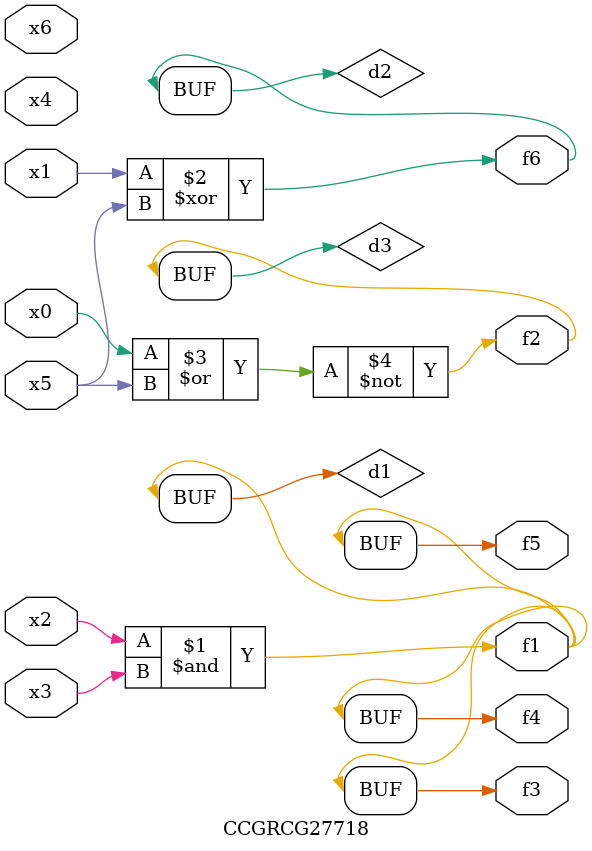
<source format=v>
module CCGRCG27718(
	input x0, x1, x2, x3, x4, x5, x6,
	output f1, f2, f3, f4, f5, f6
);

	wire d1, d2, d3;

	and (d1, x2, x3);
	xor (d2, x1, x5);
	nor (d3, x0, x5);
	assign f1 = d1;
	assign f2 = d3;
	assign f3 = d1;
	assign f4 = d1;
	assign f5 = d1;
	assign f6 = d2;
endmodule

</source>
